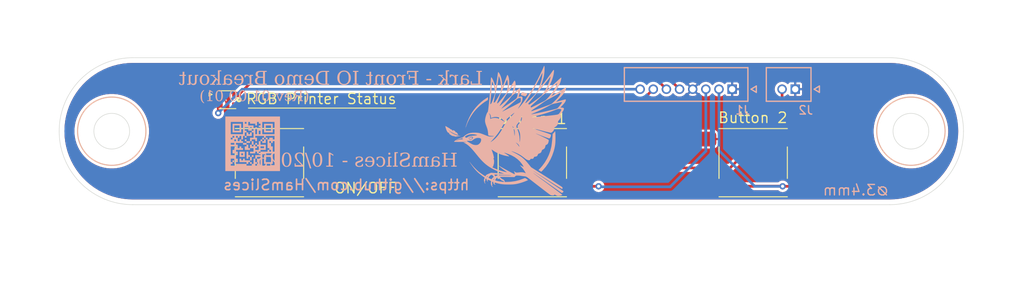
<source format=kicad_pcb>
(kicad_pcb (version 20241229) (generator "pcbnew") (generator_version "9.0")
  (title_block (title "Front IO") (date "2025-10-18") (rev "01.00.01") (comment 1 "Thermal Print Engine") (comment 2 "Designer: HamSlices") (comment 3 "The Lark Project"))
  (layers (0 "F.Cu" signal) (2 "B.Cu" signal) (13 "F.Paste" user) (15 "B.Paste" user) (5 "F.SilkS" user "F.Silkscreen") (7 "B.SilkS" user "B.Silkscreen") (1 "F.Mask" user) (3 "B.Mask" user) (25 "Edge.Cuts" user))
  (net 0 "")
  (net 1 "+3.3V")
  (net 2 "/LED1")
  (net 3 "/LED3")
  (net 4 "/LED2")
  (net 5 "GND")
  (net 6 "/BTN_1")
  (net 7 "/BTN_2")
  (net 8 "/POWER_SW")
  (footprint "Same Sky:TS04-66-65-BK-100-SMT" (layer "F.Cu") (at 153 99)
    (property "Reference" "SW1" (hide yes))
    (property "Value" "TS04-66-65-BK-100-SMT" (hide yes))
    (pad "1" smd roundrect (at -4.55 -2.25) (size 2.1 1.4) (layers "F.Cu" "F.Mask" "F.Paste") (net 5 "GND"))
    (pad "2" smd roundrect (at -4.55 2.25) (size 2.1 1.4) (layers "F.Cu" "F.Mask" "F.Paste") (net 6 "/BTN_1"))
    (pad "3" smd roundrect (at 4.55 -2.25) (size 2.1 1.4) (layers "F.Cu" "F.Mask" "F.Paste") (net 5 "GND"))
    (pad "4" smd roundrect (at 4.55 2.25) (size 2.1 1.4) (layers "F.Cu" "F.Mask" "F.Paste") (net 6 "/BTN_1"))
  )
  (footprint "Same Sky:TS04-66-65-BK-100-SMT" (layer "F.Cu") (at 174 99)
    (property "Reference" "SW2" (hide yes))
    (property "Value" "TS04-66-65-BK-100-SMT" (hide yes))
    (pad "1" smd roundrect (at -4.55 -2.25) (size 2.1 1.4) (layers "F.Cu" "F.Mask" "F.Paste") (net 5 "GND"))
    (pad "2" smd roundrect (at -4.55 2.25) (size 2.1 1.4) (layers "F.Cu" "F.Mask" "F.Paste") (net 7 "/BTN_2"))
    (pad "3" smd roundrect (at 4.55 -2.25) (size 2.1 1.4) (layers "F.Cu" "F.Mask" "F.Paste") (net 5 "GND"))
    (pad "4" smd roundrect (at 4.55 2.25) (size 2.1 1.4) (layers "F.Cu" "F.Mask" "F.Paste") (net 7 "/BTN_2"))
  )
  (footprint "Same Sky:TS04-66-65-BK-100-SMT" (layer "F.Cu") (at 128 99)
    (property "Reference" "SW3" (hide yes))
    (property "Value" "TS04-66-65-BK-100-SMT" (hide yes))
    (pad "1" smd roundrect (at -4.55 -2.25) (size 2.1 1.4) (layers "F.Cu" "F.Mask" "F.Paste") (net 5 "GND"))
    (pad "2" smd roundrect (at -4.55 2.25) (size 2.1 1.4) (layers "F.Cu" "F.Mask" "F.Paste") (net 8 "/POWER_SW"))
    (pad "3" smd roundrect (at 4.55 -2.25) (size 2.1 1.4) (layers "F.Cu" "F.Mask" "F.Paste") (net 5 "GND"))
    (pad "4" smd roundrect (at 4.55 2.25) (size 2.1 1.4) (layers "F.Cu" "F.Mask" "F.Paste") (net 8 "/POWER_SW"))
  )
  (footprint "QT Brightek (QTB):QBLP600-RGB5-3164" (layer "F.Cu") (at 124 93)
    (property "Reference" "D1" (hide yes))
    (property "Value" "QBLP600-RGB5-3164" (hide yes))
    (pad "1" smd roundrect (at -0.875 -0.5) (size 0.85 0.5) (layers "F.Cu" "F.Mask" "F.Paste") (roundrect_rratio 0.15) (net 2 "/LED1"))
    (pad "2" smd roundrect (at 0.875 -0.5) (size 0.85 0.5) (layers "F.Cu" "F.Mask" "F.Paste") (roundrect_rratio 0.15) (net 4 "/LED2"))
    (pad "3" smd roundrect (at -0.875 0.5) (size 0.85 0.5) (layers "F.Cu" "F.Mask" "F.Paste") (roundrect_rratio 0.15) (net 1 "+3.3V"))
    (pad "4" smd roundrect (at 0.875 0.5) (size 0.85 0.5) (layers "F.Cu" "F.Mask" "F.Paste") (roundrect_rratio 0.15) (net 3 "/LED3"))
  )
  (footprint "LOGO" (layer "B.Cu") (at 126.4 97.2 180)
    (property "Reference" "G***" (hide yes))
    (property "Value" "LOGO" (hide yes))
  )
  (footprint "LOGO" (layer "B.Cu") (at 150.4 96 180)
    (property "Reference" "G***" (hide yes))
    (property "Value" "LOGO" (hide yes))
  )
  (footprint "Molex:0530470810" (layer "B.Cu") (at 172 92)
    (property "Reference" "J1" (at 1 2 0) (layer "B.SilkS") (effects (font (size 0.8 0.8) (thickness 0.125)) (justify mirror)))
    (property "Value" "0530470810" (hide yes))
    (pad "1" thru_hole rect (at 0 0) (size 0.9 0.9) (drill 0.6) (layers "*.Cu") (net 5 "GND"))
    (pad "2" thru_hole circle (at -1.25 0) (size 0.9 0.9) (drill 0.6) (layers "*.Cu") (net 7 "/BTN_2"))
    (pad "3" thru_hole circle (at -2.5 0) (size 0.9 0.9) (drill 0.6) (layers "*.Cu") (net 6 "/BTN_1"))
    (pad "4" thru_hole circle (at -3.75 0) (size 0.9 0.9) (drill 0.6) (layers "*.Cu") (net 5 "GND"))
    (pad "5" thru_hole circle (at -5 0) (size 0.9 0.9) (drill 0.6) (layers "*.Cu") (net 2 "/LED1"))
    (pad "6" thru_hole circle (at -6.25 0) (size 0.9 0.9) (drill 0.6) (layers "*.Cu") (net 4 "/LED2"))
    (pad "7" thru_hole circle (at -7.5 0) (size 0.9 0.9) (drill 0.6) (layers "*.Cu") (net 3 "/LED3"))
    (pad "8" thru_hole circle (at -8.75 0) (size 0.9 0.9) (drill 0.6) (layers "*.Cu") (net 1 "+3.3V"))
  )
  (footprint "Molex:530470210" (layer "B.Cu") (at 178 92)
    (property "Reference" "J2" (at 1 2 0) (layer "B.SilkS") (effects (font (size 0.8 0.8) (thickness 0.125)) (justify mirror)))
    (property "Value" "0530470210" (hide yes))
    (pad "1" thru_hole rect (at 0 0) (size 0.9 0.9) (drill 0.6) (layers "*.Cu") (net 5 "GND"))
    (pad "2" thru_hole circle (at -1.25 0) (size 0.9 0.9) (drill 0.6) (layers "*.Cu") (net 8 "/POWER_SW"))
  )
  (gr_circle (center 189 96) (end 192.25 96) (stroke (width 0.1)) (fill no) (layer "F.SilkS"))
  (gr_circle (center 113 96) (end 116.25 96) (stroke (width 0.1)) (fill no) (layer "F.SilkS"))
  (gr_line (start 126 93.8) (end 140 93.8) (stroke (width 0.1)) (layer "F.SilkS"))
  (gr_circle (center 113 96) (end 109.75 96) (stroke (width 0.1)) (fill no) (layer "B.SilkS"))
  (gr_circle (center 189 96) (end 185.75 96) (stroke (width 0.1)) (fill no) (layer "B.SilkS"))
  (gr_arc (start 115 103) (mid 110.050253 100.949747) (end 108 96) (stroke (width 0.05)) (layer "Edge.Cuts"))
  (gr_line (start 187 103) (end 115 103) (stroke (width 0.05)) (layer "Edge.Cuts"))
  (gr_line (start 115 89) (end 187 89) (stroke (width 0.05)) (layer "Edge.Cuts"))
  (gr_circle (center 113 96) (end 114.7 96) (stroke (width 0.05)) (fill no) (layer "Edge.Cuts"))
  (gr_arc (start 187 89) (mid 191.949747 91.050253) (end 194 96) (stroke (width 0.05)) (layer "Edge.Cuts"))
  (gr_circle (center 189 96) (end 190.7 96) (stroke (width 0.05)) (fill no) (layer "Edge.Cuts"))
  (gr_arc (start 108 96) (mid 110.050253 91.050253) (end 115 89) (stroke (width 0.05)) (layer "Edge.Cuts"))
  (gr_arc (start 194 96) (mid 191.949747 100.949747) (end 187 103) (stroke (width 0.05)) (layer "Edge.Cuts"))
  (gr_text "Button 2" (at 170.6 95.3 0) (layer "F.SilkS") (effects (font (size 1 1) (thickness 0.125)) (justify left bottom)))
  (gr_text "Button 1" (at 149.6 95.4 0) (layer "F.SilkS") (effects (font (size 1 1) (thickness 0.125)) (justify left bottom)))
  (gr_text "RGB Printer Status" (at 125.7 93.5 0) (layer "F.SilkS") (effects (font (size 1 1) (thickness 0.125)) (justify left bottom)))
  (gr_text "ON/OFF" (at 134.1 102 0) (layer "F.SilkS") (effects (font (size 1 1) (thickness 0.125)) (justify left bottom)))
  (gr_text "Lark - Front IO Demo Breakout" (at 148.3 91.8 0) (layer "B.SilkS") (effects (font (size 1.3 1.3) (thickness 0.1625)) (justify left bottom mirror)))
  (gr_text "(Rev:${REVISION})" (at 131.8 93.3 0) (layer "B.SilkS") (effects (font (size 1 1) (thickness 0.125)) (justify left bottom mirror)))
  (gr_text "https://github.com/HamSlices" (at 147.1 101.7 0) (layer "B.SilkS") (effects (font (size 1 1)) (justify left bottom mirror)))
  (gr_text "⌀3.4mm" (at 187 102.2 0) (layer "B.SilkS") (effects (font (size 1 1) (thickness 0.125)) (justify left bottom mirror)))
  (gr_text "HamSlices - 10/2025" (at 145.9 99.6 0) (layer "B.SilkS") (effects (font (size 1.3 1.3) (thickness 0.1875)) (justify left bottom mirror)))
  (segment (start 123.125 94.275) (end 123.125 93.5) (width 0.254) (layer "F.Cu") (net 1))
  (segment (start 123.15 94.3) (end 123.125 94.275) (width 0.254) (layer "F.Cu") (net 1))
  (segment (start 123.2 94.3) (end 123.15 94.3) (width 0.254) (layer "F.Cu") (net 1))
  (via (at 123.125 94.275) (size 0.6) (drill 0.3) (layers "F.Cu" "B.Cu") (net 1))
  (segment (start 123.125 94.275) (end 125.4 92) (width 0.254) (layer "B.Cu") (net 1))
  (segment (start 125.4 92) (end 163.25 92) (width 0.254) (layer "B.Cu") (net 1))
  (segment (start 125.5 90.3) (end 123.3 92.5) (width 0.254) (layer "F.Cu") (net 2))
  (segment (start 165.3 90.3) (end 125.5 90.3) (width 0.254) (layer "F.Cu") (net 2))
  (segment (start 123.3 92.5) (end 123.125 92.5) (width 0.254) (layer "F.Cu") (net 2))
  (segment (start 167 92) (end 165.3 90.3) (width 0.254) (layer "F.Cu") (net 2))
  (segment (start 163 93.5) (end 164.5 92) (width 0.254) (layer "F.Cu") (net 3))
  (segment (start 124.875 93.5) (end 163 93.5) (width 0.254) (layer "F.Cu") (net 3))
  (segment (start 164.75 91) (end 165.75 92) (width 0.254) (layer "F.Cu") (net 4))
  (segment (start 125.1 92.5) (end 126.6 91) (width 0.254) (layer "F.Cu") (net 4))
  (segment (start 124.875 92.5) (end 125.1 92.5) (width 0.254) (layer "F.Cu") (net 4))
  (segment (start 126.6 91) (end 164.75 91) (width 0.254) (layer "F.Cu") (net 4))
  (segment (start 148.45 101.25) (end 157.55 101.25) (width 0.254) (layer "F.Cu") (net 6))
  (segment (start 159.3 101.25) (end 157.55 101.25) (width 0.254) (layer "F.Cu") (net 6))
  (via (at 159.3 101.25) (size 0.6) (drill 0.3) (layers "F.Cu" "B.Cu") (net 6))
  (segment (start 166.1 101.3) (end 169.5 97.9) (width 0.254) (layer "B.Cu") (net 6))
  (segment (start 169.5 97.9) (end 169.5 92) (width 0.254) (layer "B.Cu") (net 6))
  (segment (start 159.3 101.25) (end 159.35 101.3) (width 0.254) (layer "B.Cu") (net 6))
  (segment (start 159.35 101.3) (end 166.1 101.3) (width 0.254) (layer "B.Cu") (net 6))
  (segment (start 169.45 101.25) (end 178.55 101.25) (width 0.254) (layer "F.Cu") (net 7))
  (segment (start 176.8 101.25) (end 169.45 101.25) (width 0.254) (layer "F.Cu") (net 7))
  (via (at 176.8 101.25) (size 0.6) (drill 0.3) (layers "F.Cu" "B.Cu") (net 7))
  (segment (start 174.15 101.25) (end 170.75 97.85) (width 0.254) (layer "B.Cu") (net 7))
  (segment (start 170.75 97.85) (end 170.75 92) (width 0.254) (layer "B.Cu") (net 7))
  (segment (start 176.8 101.25) (end 174.15 101.25) (width 0.254) (layer "B.Cu") (net 7))
  (segment (start 176.75 94.55) (end 171.8 99.5) (width 0.254) (layer "F.Cu") (net 8))
  (segment (start 176.75 92) (end 176.75 94.55) (width 0.254) (layer "F.Cu") (net 8))
  (segment (start 132.95 101.25) (end 132.55 101.25) (width 0.254) (layer "F.Cu") (net 8))
  (segment (start 123.45 101.25) (end 132.55 101.25) (width 0.254) (layer "F.Cu") (net 8))
  (segment (start 134.7 99.5) (end 132.95 101.25) (width 0.254) (layer "F.Cu") (net 8))
  (segment (start 171.8 99.5) (end 134.7 99.5) (width 0.254) (layer "F.Cu") (net 8))
  (zone (net 5) (net_name "GND") (layers "F.Cu" "B.Cu") (connect_pads (clearance 0.254)) (min_thickness 0.1524) (fill yes (thermal_gap 0.2032) (thermal_bridge_width 0.2032))
    (polygon (pts (xy 107 88) (xy 107 104) (xy 195 104) (xy 195 88)))
  )
)
</source>
